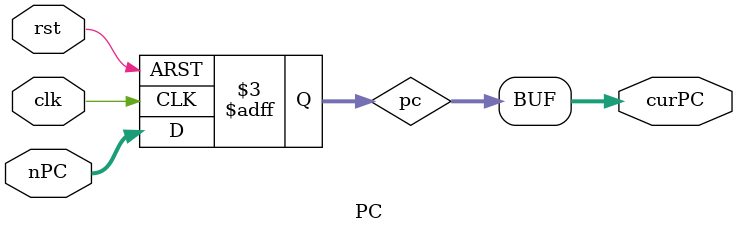
<source format=v>
module PC(
  input clk,
  input rst,
  input [29:0] nPC, 
  output [29:0] curPC);
  
  reg [29:0] pc;
  assign curPC = pc;
  always @ (posedge clk or negedge rst) 
  begin
    if (!rst)
      pc <= 7'h0000_300;
    else
      pc <= nPC;
  end
endmodule
</source>
